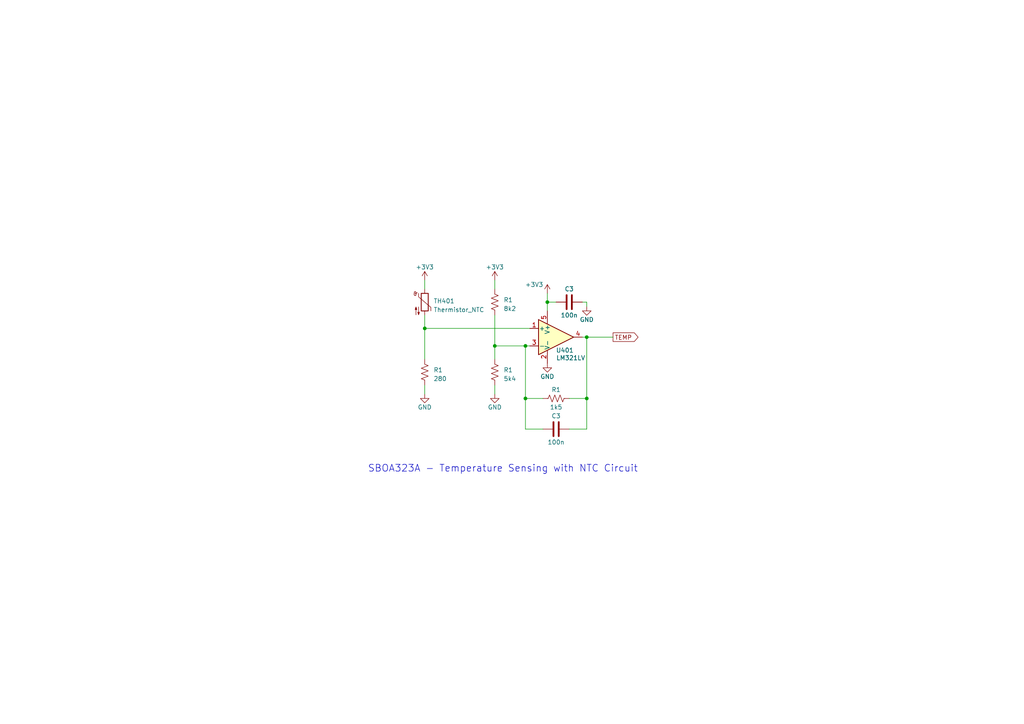
<source format=kicad_sch>
(kicad_sch (version 20230121) (generator eeschema)
  (paper "A4")
  (title_block (title "Hot Plate") (date "2023-04-17") (rev "AA"))
  (lib_symbols
    (symbol "Amplifier_Operational:LM321" (pin_names (offset 0.127))
      (property "Reference" "U" (at 0 7.62 0))
      (property "Value" "LM321" (at 0 5.08 0))
      (symbol "LM321_0_1"
        (polyline (pts (xy -5.08 5.08) (xy 5.08 0) (xy -5.08 -5.08) (xy -5.08 5.08)) (stroke (width 0.254)) (fill (type background)))
      )
      (symbol "LM321_1_1"
        (pin input line (at -7.62 2.54 0) (length 2.54) (name "+") (number "1"))
        (pin power_in line (at -2.54 -7.62 90) (length 3.81) (name "V-") (number "2"))
        (pin input line (at -7.62 -2.54 0) (length 2.54) (name "-") (number "3"))
        (pin output line (at 7.62 0 180) (length 2.54) (name "~") (number "4"))
        (pin power_in line (at -2.54 7.62 270) (length 3.81) (name "V+") (number "5"))
      )
    )
    (symbol "Device:C" (pin_numbers hide) (pin_names (offset 0.254))
      (property "Reference" "C" (at 0.635 2.54 0))
      (property "Value" "C" (at 0.635 -2.54 0))
      (symbol "C_0_1"
        (polyline (pts (xy -2.032 -0.762) (xy 2.032 -0.762)) (stroke (width 0.508)))
        (polyline (pts (xy -2.032 0.762) (xy 2.032 0.762)) (stroke (width 0.508)))
      )
      (symbol "C_1_1"
        (pin passive line (at 0 3.81 270) (length 2.794) (name "~") (number "1"))
        (pin passive line (at 0 -3.81 90) (length 2.794) (name "~") (number "2"))
      )
    )
    (symbol "Device:R_US" (pin_numbers hide) (pin_names (offset 0))
      (property "Reference" "R" (at 2.54 0 90))
      (property "Value" "R_US" (at -2.54 0 90))
      (symbol "R_US_0_1"
        (polyline (pts (xy 0 -2.286) (xy 0 -2.54)))
        (polyline (pts (xy 0 2.286) (xy 0 2.54)))
        (polyline (pts (xy 0 -0.762) (xy 1.016 -1.143) (xy 0 -1.524) (xy -1.016 -1.905) (xy 0 -2.286)))
        (polyline (pts (xy 0 0.762) (xy 1.016 0.381) (xy 0 0) (xy -1.016 -0.381) (xy 0 -0.762)))
        (polyline (pts (xy 0 2.286) (xy 1.016 1.905) (xy 0 1.524) (xy -1.016 1.143) (xy 0 0.762)))
      )
      (symbol "R_US_1_1"
        (pin passive line (at 0 3.81 270) (length 1.27) (name "~") (number "1"))
        (pin passive line (at 0 -3.81 90) (length 1.27) (name "~") (number "2"))
      )
    )
    (symbol "Device:Thermistor_NTC" (pin_numbers hide) (pin_names (offset 0))
      (property "Reference" "TH" (at -4.445 0 90))
      (property "Value" "Thermistor_NTC" (at 3.175 0 90))
      (symbol "Thermistor_NTC_0_1"
        (arc (start -3.048 2.159) (mid -3.0495 2.3143) (end -3.175 2.413))
        (arc (start -3.048 2.159) (mid -2.9736 1.9794) (end -2.794 1.905))
        (arc (start -3.048 2.794) (mid -2.9736 2.6144) (end -2.794 2.54))
        (arc (start -2.794 1.905) (mid -2.6144 1.9794) (end -2.54 2.159))
        (arc (start -2.794 2.54) (mid -2.4393 2.5587) (end -2.159 2.794))
        (arc (start -2.794 3.048) (mid -2.9736 2.9736) (end -3.048 2.794))
        (arc (start -2.54 2.794) (mid -2.6144 2.9736) (end -2.794 3.048))
        (rectangle (start -1.016 2.54) (end 1.016 -2.54) (stroke (width 0.254)))
        (polyline (pts (xy -2.54 2.159) (xy -2.54 2.794)))
        (polyline (pts (xy -1.778 2.54) (xy -1.778 1.524) (xy 1.778 -1.524) (xy 1.778 -2.54)))
        (polyline (pts (xy -2.54 -3.683) (xy -2.54 -1.397) (xy -2.794 -2.159) (xy -2.286 -2.159) (xy -2.54 -1.397) (xy -2.54 -1.651)) (fill (type outline)))
        (polyline (pts (xy -1.778 -1.397) (xy -1.778 -3.683) (xy -2.032 -2.921) (xy -1.524 -2.921) (xy -1.778 -3.683) (xy -1.778 -3.429)) (fill (type outline)))
      )
      (symbol "Thermistor_NTC_1_1"
        (pin passive line (at 0 3.81 270) (length 1.27) (name "~") (number "1"))
        (pin passive line (at 0 -3.81 90) (length 1.27) (name "~") (number "2"))
      )
    )
    (symbol "power:+3V3" (power) (pin_names (offset 0))
      (property "Value" "+3V3" (at 0 3.556 0))
      (symbol "+3V3_0_1"
        (polyline (pts (xy -0.762 1.27) (xy 0 2.54)))
        (polyline (pts (xy 0 0) (xy 0 2.54)))
        (polyline (pts (xy 0 2.54) (xy 0.762 1.27)))
      )
      (symbol "+3V3_1_1"
        (pin power_in line (at 0 0 90) (length 0) hide (name "+3V3") (number "1"))
      )
    )
    (symbol "power:GND" (power) (pin_names (offset 0))
      (property "Value" "GND" (at 0 -3.81 0))
      (symbol "GND_0_1"
        (polyline (pts (xy 0 0) (xy 0 -1.27) (xy 1.27 -1.27) (xy 0 -2.54) (xy -1.27 -1.27) (xy 0 -1.27)))
      )
      (symbol "GND_1_1"
        (pin power_in line (at 0 0 270) (length 0) hide (name "GND") (number "1"))
      )
    )
  )
  (junction (at 170.18 115.57))
  (junction (at 152.4 100.33))
  (junction (at 123.19 95.25))
  (junction (at 170.18 97.79))
  (junction (at 143.51 100.33))
  (junction (at 152.4 115.57))
  (junction (at 158.75 87.63))
  (wire (pts (xy 143.51 91.44) (xy 143.51 100.33)))
  (wire (pts (xy 123.19 111.76) (xy 123.19 114.3)))
  (wire (pts (xy 152.4 100.33) (xy 152.4 115.57)))
  (wire (pts (xy 143.51 100.33) (xy 152.4 100.33)))
  (wire (pts (xy 170.18 97.79) (xy 170.18 115.57)))
  (wire (pts (xy 123.19 91.44) (xy 123.19 95.25)))
  (wire (pts (xy 158.75 87.63) (xy 161.29 87.63)))
  (wire (pts (xy 123.19 95.25) (xy 123.19 104.14)))
  (wire (pts (xy 158.75 87.63) (xy 158.75 90.17)))
  (wire (pts (xy 143.51 111.76) (xy 143.51 114.3)))
  (wire (pts (xy 168.91 97.79) (xy 170.18 97.79)))
  (wire (pts (xy 170.18 88.9) (xy 170.18 87.63)))
  (wire (pts (xy 152.4 100.33) (xy 153.67 100.33)))
  (wire (pts (xy 152.4 115.57) (xy 152.4 124.46)))
  (wire (pts (xy 157.48 115.57) (xy 152.4 115.57)))
  (wire (pts (xy 123.19 95.25) (xy 153.67 95.25)))
  (wire (pts (xy 143.51 81.28) (xy 143.51 83.82)))
  (wire (pts (xy 168.91 87.63) (xy 170.18 87.63)))
  (wire (pts (xy 152.4 124.46) (xy 157.48 124.46)))
  (wire (pts (xy 158.75 85.09) (xy 158.75 87.63)))
  (wire (pts (xy 165.1 115.57) (xy 170.18 115.57)))
  (wire (pts (xy 170.18 97.79) (xy 177.8 97.79)))
  (wire (pts (xy 170.18 115.57) (xy 170.18 124.46)))
  (wire (pts (xy 143.51 100.33) (xy 143.51 104.14)))
  (wire (pts (xy 165.1 124.46) (xy 170.18 124.46)))
  (wire (pts (xy 123.19 81.28) (xy 123.19 83.82)))
  (text "SBOA323A - Temperature Sensing with NTC Circuit" (at 106.68 137.16 0) (effects (font (size 2 2)) (justify left bottom)))
  (global_label "TEMP" (shape output) (at 177.8 97.79 0) (property "Intersheetrefs" "${INTERSHEET_REFS}" (effects hide)))
  (symbol (lib_id "Device:C") (at 161.29 124.46 270) (unit 1)
    (property "Reference" "C3" (at 161.29 120.65 90))
    (property "Value" "100n" (at 161.29 128.27 90))
    (property "Footprint" "Capacitor_SMD:C_0603_1608Metric_Pad1.08x0.95mm_HandSolder" (effects hide))
    (property "LCSC Part #" "C14663" (effects hide))
    (property "MPN" "CC0603KRX7R9BB104" (effects hide))
    (instances (project "HotPlate" (path "" (reference "C3") (unit 1)) (path "" (reference "C401") (unit 1))))
  )
  (symbol (lib_id "Device:R_US") (at 123.19 107.95 0) (unit 1)
    (property "Reference" "R1" (at 125.73 107.315 0) (effects (justify left)))
    (property "Value" "280" (at 125.73 109.855 0) (effects (justify left)))
    (property "Footprint" "Resistor_SMD:R_0603_1608Metric_Pad0.98x0.95mm_HandSolder" (effects hide))
    (instances (project "HotPlate" (path "" (reference "R1") (unit 1)) (path "" (reference "R401") (unit 1)) (path "" (reference "R301") (unit 1))))
  )
  (symbol (lib_id "power:+3V3") (at 143.51 81.28 0) (unit 1)
    (property "Reference" "#PWR018" (effects hide))
    (property "Value" "+3V3" (at 143.51 77.47 0))
    (instances (project "HotPlate" (path "" (reference "#PWR018") (unit 1)) (path "" (reference "#PWR0403") (unit 1))))
  )
  (symbol (lib_id "power:GND") (at 170.18 88.9 0) (unit 1)
    (property "Reference" "#PWR011" (effects hide))
    (property "Value" "GND" (at 170.18 92.71 0))
    (instances (project "HotPlate" (path "" (reference "#PWR011") (unit 1)) (path "" (reference "#PWR0407") (unit 1))))
  )
  (symbol (lib_id "power:GND") (at 158.75 105.41 0) (unit 1)
    (property "Reference" "#PWR011" (effects hide))
    (property "Value" "GND" (at 158.75 109.22 0))
    (instances (project "HotPlate" (path "" (reference "#PWR011") (unit 1)) (path "" (reference "#PWR0406") (unit 1))))
  )
  (symbol (lib_id "power:+3V3") (at 158.75 85.09 0) (unit 1)
    (property "Reference" "#PWR018" (effects hide))
    (property "Value" "+3V3" (at 154.94 82.55 0))
    (instances (project "HotPlate" (path "" (reference "#PWR018") (unit 1)) (path "" (reference "#PWR0405") (unit 1))))
  )
  (symbol (lib_id "Device:R_US") (at 161.29 115.57 90) (unit 1)
    (property "Reference" "R1" (at 161.29 113.03 90))
    (property "Value" "1k5" (at 161.29 118.11 90))
    (property "Footprint" "Resistor_SMD:R_0603_1608Metric_Pad0.98x0.95mm_HandSolder" (effects hide))
    (instances (project "HotPlate" (path "" (reference "R1") (unit 1)) (path "" (reference "R404") (unit 1)) (path "" (reference "R301") (unit 1))))
  )
  (symbol (lib_id "Amplifier_Operational:LM321") (at 161.29 97.79 0) (unit 1)
    (property "Reference" "U401" (at 163.83 101.6 0))
    (property "Value" "LM321LV" (at 165.5397 103.808 0))
    (property "Footprint" "Package_TO_SOT_SMD:SOT-23-5" (effects hide))
    (property "Datasheet" "http://www.ti.com/lit/ds/symlink/lm321.pdf" (effects hide))
  )
  (symbol (lib_id "power:+3V3") (at 123.19 81.28 0) (unit 1)
    (property "Reference" "#PWR018" (effects hide))
    (property "Value" "+3V3" (at 123.19 77.47 0))
    (instances (project "HotPlate" (path "" (reference "#PWR018") (unit 1)) (path "" (reference "#PWR0401") (unit 1))))
  )
  (symbol (lib_id "Device:R_US") (at 143.51 87.63 0) (unit 1)
    (property "Reference" "R1" (at 146.05 86.995 0) (effects (justify left)))
    (property "Value" "8k2" (at 146.05 89.535 0) (effects (justify left)))
    (property "Footprint" "Resistor_SMD:R_0603_1608Metric_Pad0.98x0.95mm_HandSolder" (effects hide))
    (instances (project "HotPlate" (path "" (reference "R1") (unit 1)) (path "" (reference "R402") (unit 1)) (path "" (reference "R301") (unit 1))))
  )
  (symbol (lib_id "Device:Thermistor_NTC") (at 123.19 87.63 0) (unit 1)
    (property "Reference" "TH401" (at 125.73 87.3125 0) (effects (justify left)))
    (property "Value" "Thermistor_NTC" (at 125.73 89.8525 0) (effects (justify left)))
    (property "Footprint" "Connector_PinHeader_2.54mm:PinHeader_2x01_P2.54mm_Vertical" (effects hide))
  )
  (symbol (lib_id "Device:R_US") (at 143.51 107.95 0) (unit 1)
    (property "Reference" "R1" (at 146.05 107.315 0) (effects (justify left)))
    (property "Value" "5k4" (at 146.05 109.855 0) (effects (justify left)))
    (property "Footprint" "Resistor_SMD:R_0603_1608Metric_Pad0.98x0.95mm_HandSolder" (effects hide))
    (instances (project "HotPlate" (path "" (reference "R1") (unit 1)) (path "" (reference "R403") (unit 1)) (path "" (reference "R301") (unit 1))))
  )
  (symbol (lib_id "power:GND") (at 143.51 114.3 0) (unit 1)
    (property "Reference" "#PWR011" (effects hide))
    (property "Value" "GND" (at 143.51 118.11 0))
    (instances (project "HotPlate" (path "" (reference "#PWR011") (unit 1)) (path "" (reference "#PWR0404") (unit 1))))
  )
  (symbol (lib_id "Device:C") (at 165.1 87.63 270) (unit 1)
    (property "Reference" "C3" (at 165.1 83.82 90))
    (property "Value" "100n" (at 165.1 91.44 90))
    (property "Footprint" "Capacitor_SMD:C_0603_1608Metric_Pad1.08x0.95mm_HandSolder" (effects hide))
    (property "LCSC Part #" "C14663" (effects hide))
    (property "MPN" "CC0603KRX7R9BB104" (effects hide))
    (instances (project "HotPlate" (path "" (reference "C3") (unit 1)) (path "" (reference "C402") (unit 1))))
  )
  (symbol (lib_id "power:GND") (at 123.19 114.3 0) (unit 1)
    (property "Reference" "#PWR011" (effects hide))
    (property "Value" "GND" (at 123.19 118.11 0))
    (instances (project "HotPlate" (path "" (reference "#PWR011") (unit 1)) (path "" (reference "#PWR0402") (unit 1))))
  )
)
</source>
